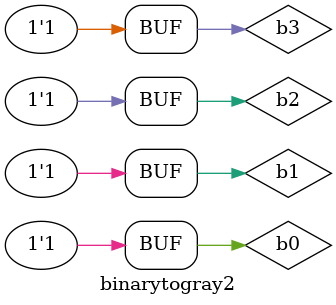
<source format=v>
`timescale 1ns / 1ps


module binarytogray2;

	// Inputs
	reg b3;
	reg b2;
	reg b1;
	reg b0;

	// Outputs
	wire g3;
	wire g2;
	wire g1;
	wire g0;

	// Instantiate the Unit Under Test (UUT)
	binarytogray uut (
		.b3(b3), 
		.b2(b2), 
		.b1(b1), 
		.b0(b0), 
		.g3(g3), 
		.g2(g2), 
		.g1(g1), 
		.g0(g0)
	);

	initial begin
		// Initialize Inputs
		b3 = 0;
		b2 = 0;
		b1 = 0;
		b0 = 0;

		// Wait 100 ns for global reset to finish
		#100;
        
		// Add stimulus here
    	b3 = 0;
		b2 = 0;
		b1 = 0;
		b0 = 1;

		// Wait 100 ns for global reset to finish
		#100;
        	b3 = 0;
		b2 = 0;
		b1 = 1;
		b0 = 0;

		// Wait 100 ns for global reset to finish
		#100;
        	b3 = 0;
		b2 = 0;
		b1 = 1;
		b0 = 1;

		// Wait 100 ns for global reset to finish
		#100;
        	b3 = 0;
		b2 = 0;
		b1 = 0;
		b0 = 0;

		// Wait 100 ns for global reset to finish
		#100;
        	b3 = 0;
		b2 = 1;
		b1 = 0;
		b0 = 1;

		// Wait 100 ns for global reset to finish
		#100;
        	b3 = 0;
		b2 = 1;
		b1 = 1;
		b0 = 0;

		// Wait 100 ns for global reset to finish
		#100;
        	b3 = 0;
		b2 = 1;
		b1 = 1;
		b0 = 1;

		// Wait 100 ns for global reset to finish
		#100;
		
			b3 = 0;
		b2 = 1;
		b1 = 0;
		b0 = 0;

		// Wait 100 ns for global reset to finish
		#100;
        	b3 = 1;
		b2 = 0;
		b1 = 0;
		b0 = 1;

		// Wait 100 ns for global reset to finish
		#100;
        	b3 = 1;
		b2 = 0;
		b1 = 1;
		b0 = 0;

		// Wait 100 ns for global reset to finish
		#100;
        	b3 = 0;
		b2 = 0;
		b1 = 0;
		b0 = 0;

		// Wait 100 ns for global reset to finish
		#100;
        	b3 = 1;
		b2 = 0;
		b1 = 1;
		b0 = 1;

		// Wait 100 ns for global reset to finish
		#100;
        	b3 = 1;
		b2 = 0;
		b1 = 0;
		b0 = 0;

		// Wait 100 ns for global reset to finish
		#100;
        	b3 = 1;
		b2 = 1;
		b1 = 0;
		b0 = 1;

		// Wait 100 ns for global reset to finish
		#100;
        	b3 = 1;
		b2 = 1;
		b1 = 1;
		b0 = 0;

		// Wait 100 ns for global reset to finish
		#100;
        	b3 = 1;
		b2 = 1;
		b1 = 1;
		b0 = 1;

		// Wait 100 ns for global reset to finish
		#100;
     
        
        
	end
      
endmodule


</source>
